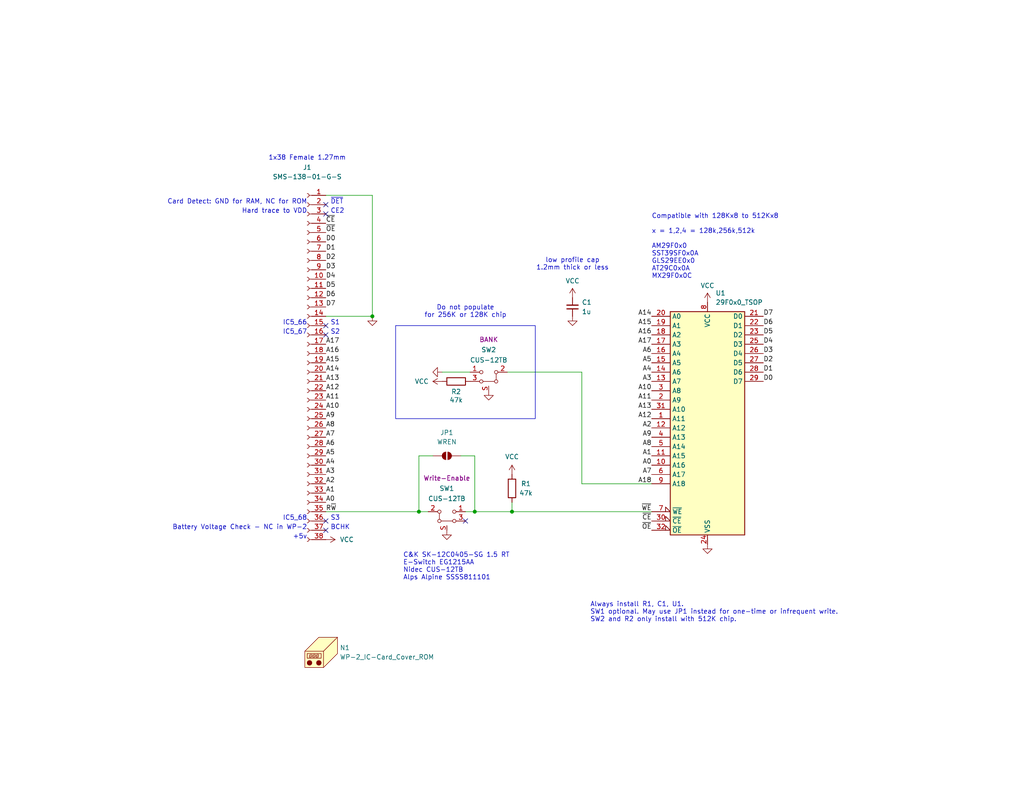
<source format=kicad_sch>
(kicad_sch (version 20231120) (generator "eeschema") (generator_version "8.0")
  (paper "USLetter")
  (title_block (title "WP-2_IC-Card_ROM") (date "2025-04-20") (rev "008") (company "Brian K. White - b.kenyon.w@gmail.com") (comment 1 "github.com/bkw777/WP-2_IC-Card"))
  (lib_symbols
    (symbol "000_LOCAL:29F0x0_TSOP"
      (property "Reference" "U" (at 2.54 33.02 0))
      (property "Value" "29F0x0_TSOP" (at 0 -30.48 0))
      (symbol "29F0x0_TSOP_0_1"
        (rectangle (start -10.16 31.75) (end 10.16 -29.21) (stroke (width 0.254)) (fill (type background)))
      )
      (symbol "29F0x0_TSOP_1_0"
        (pin power_in line (at 0 -31.75 90) (length 2.54) (name "VSS") (number "24"))
        (pin power_in line (at 0 34.29 270) (length 2.54) (name "VCC") (number "8"))
      )
      (symbol "29F0x0_TSOP_1_1"
        (pin input line (at -15.24 2.54 0) (length 5.08) (name "A11") (number "1"))
        (pin input line (at -15.24 -10.16 0) (length 5.08) (name "A16") (number "10"))
        (pin input line (at -15.24 -7.62 0) (length 5.08) (name "A15") (number "11"))
        (pin input line (at -15.24 0 0) (length 5.08) (name "A12") (number "12"))
        (pin input line (at -15.24 12.7 0) (length 5.08) (name "A7") (number "13"))
        (pin input line (at -15.24 15.24 0) (length 5.08) (name "A6") (number "14"))
        (pin input line (at -15.24 17.78 0) (length 5.08) (name "A5") (number "15"))
        (pin input line (at -15.24 20.32 0) (length 5.08) (name "A4") (number "16"))
        (pin input line (at -15.24 22.86 0) (length 5.08) (name "A3") (number "17"))
        (pin input line (at -15.24 25.4 0) (length 5.08) (name "A2") (number "18"))
        (pin input line (at -15.24 27.94 0) (length 5.08) (name "A1") (number "19"))
        (pin input line (at -15.24 7.62 0) (length 5.08) (name "A9") (number "2"))
        (pin input line (at -15.24 30.48 0) (length 5.08) (name "A0") (number "20"))
        (pin tri_state line (at 15.24 30.48 180) (length 5.08) (name "D0") (number "21"))
        (pin tri_state line (at 15.24 27.94 180) (length 5.08) (name "D1") (number "22"))
        (pin tri_state line (at 15.24 25.4 180) (length 5.08) (name "D2") (number "23"))
        (pin tri_state line (at 15.24 22.86 180) (length 5.08) (name "D3") (number "25"))
        (pin tri_state line (at 15.24 20.32 180) (length 5.08) (name "D4") (number "26"))
        (pin tri_state line (at 15.24 17.78 180) (length 5.08) (name "D5") (number "27"))
        (pin tri_state line (at 15.24 15.24 180) (length 5.08) (name "D6") (number "28"))
        (pin tri_state line (at 15.24 12.7 180) (length 5.08) (name "D7") (number "29"))
        (pin input line (at -15.24 10.16 0) (length 5.08) (name "A8") (number "3"))
        (pin input input_low (at -15.24 -25.4 0) (length 5.08) (name "~{CE}") (number "30"))
        (pin input line (at -15.24 5.08 0) (length 5.08) (name "A10") (number "31"))
        (pin input input_low (at -15.24 -27.94 0) (length 5.08) (name "~{OE}") (number "32"))
        (pin input line (at -15.24 -2.54 0) (length 5.08) (name "A13") (number "4"))
        (pin input line (at -15.24 -5.08 0) (length 5.08) (name "A14") (number "5"))
        (pin input line (at -15.24 -12.7 0) (length 5.08) (name "A17") (number "6"))
        (pin input input_low (at -15.24 -22.86 0) (length 5.08) (name "~{WE}") (number "7"))
        (pin input line (at -15.24 -15.24 0) (length 5.08) (name "A18") (number "9"))
      )
    )
    (symbol "000_LOCAL:Conn_01x38_Female" (pin_names (offset 1.016) hide)
      (property "Reference" "J" (at 0 48.26 0))
      (property "Value" "Conn_01x38_Female" (at 0 -50.8 0))
      (symbol "Conn_01x38_Female_1_1"
        (arc (start 0 -47.752) (mid -0.5058 -48.26) (end 0 -48.768) (stroke (width 0.1524)))
        (arc (start 0 -45.212) (mid -0.5058 -45.72) (end 0 -46.228) (stroke (width 0.1524)))
        (arc (start 0 -42.672) (mid -0.5058 -43.18) (end 0 -43.688) (stroke (width 0.1524)))
        (arc (start 0 -40.132) (mid -0.5058 -40.64) (end 0 -41.148) (stroke (width 0.1524)))
        (arc (start 0 -37.592) (mid -0.5058 -38.1) (end 0 -38.608) (stroke (width 0.1524)))
        (arc (start 0 -35.052) (mid -0.5058 -35.56) (end 0 -36.068) (stroke (width 0.1524)))
        (arc (start 0 -32.512) (mid -0.5058 -33.02) (end 0 -33.528) (stroke (width 0.1524)))
        (arc (start 0 -29.972) (mid -0.5058 -30.48) (end 0 -30.988) (stroke (width 0.1524)))
        (arc (start 0 -27.432) (mid -0.5058 -27.94) (end 0 -28.448) (stroke (width 0.1524)))
        (arc (start 0 -24.892) (mid -0.5058 -25.4) (end 0 -25.908) (stroke (width 0.1524)))
        (arc (start 0 -22.352) (mid -0.5058 -22.86) (end 0 -23.368) (stroke (width 0.1524)))
        (arc (start 0 -19.812) (mid -0.5058 -20.32) (end 0 -20.828) (stroke (width 0.1524)))
        (arc (start 0 -17.272) (mid -0.5058 -17.78) (end 0 -18.288) (stroke (width 0.1524)))
        (arc (start 0 -14.732) (mid -0.5058 -15.24) (end 0 -15.748) (stroke (width 0.1524)))
        (arc (start 0 -12.192) (mid -0.5058 -12.7) (end 0 -13.208) (stroke (width 0.1524)))
        (arc (start 0 -9.652) (mid -0.5058 -10.16) (end 0 -10.668) (stroke (width 0.1524)))
        (arc (start 0 -7.112) (mid -0.5058 -7.62) (end 0 -8.128) (stroke (width 0.1524)))
        (arc (start 0 -4.572) (mid -0.5058 -5.08) (end 0 -5.588) (stroke (width 0.1524)))
        (arc (start 0 -2.032) (mid -0.5058 -2.54) (end 0 -3.048) (stroke (width 0.1524)))
        (polyline (pts (xy -1.27 -48.26) (xy -0.508 -48.26)) (stroke (width 0.1524)))
        (polyline (pts (xy -1.27 -45.72) (xy -0.508 -45.72)) (stroke (width 0.1524)))
        (polyline (pts (xy -1.27 -43.18) (xy -0.508 -43.18)) (stroke (width 0.1524)))
        (polyline (pts (xy -1.27 -40.64) (xy -0.508 -40.64)) (stroke (width 0.1524)))
        (polyline (pts (xy -1.27 -38.1) (xy -0.508 -38.1)) (stroke (width 0.1524)))
        (polyline (pts (xy -1.27 -35.56) (xy -0.508 -35.56)) (stroke (width 0.1524)))
        (polyline (pts (xy -1.27 -33.02) (xy -0.508 -33.02)) (stroke (width 0.1524)))
        (polyline (pts (xy -1.27 -30.48) (xy -0.508 -30.48)) (stroke (width 0.1524)))
        (polyline (pts (xy -1.27 -27.94) (xy -0.508 -27.94)) (stroke (width 0.1524)))
        (polyline (pts (xy -1.27 -25.4) (xy -0.508 -25.4)) (stroke (width 0.1524)))
        (polyline (pts (xy -1.27 -22.86) (xy -0.508 -22.86)) (stroke (width 0.1524)))
        (polyline (pts (xy -1.27 -20.32) (xy -0.508 -20.32)) (stroke (width 0.1524)))
        (polyline (pts (xy -1.27 -17.78) (xy -0.508 -17.78)) (stroke (width 0.1524)))
        (polyline (pts (xy -1.27 -15.24) (xy -0.508 -15.24)) (stroke (width 0.1524)))
        (polyline (pts (xy -1.27 -12.7) (xy -0.508 -12.7)) (stroke (width 0.1524)))
        (polyline (pts (xy -1.27 -10.16) (xy -0.508 -10.16)) (stroke (width 0.1524)))
        (polyline (pts (xy -1.27 -7.62) (xy -0.508 -7.62)) (stroke (width 0.1524)))
        (polyline (pts (xy -1.27 -5.08) (xy -0.508 -5.08)) (stroke (width 0.1524)))
        (polyline (pts (xy -1.27 -2.54) (xy -0.508 -2.54)) (stroke (width 0.1524)))
        (polyline (pts (xy -1.27 0) (xy -0.508 0)) (stroke (width 0.1524)))
        (polyline (pts (xy -1.27 2.54) (xy -0.508 2.54)) (stroke (width 0.1524)))
        (polyline (pts (xy -1.27 5.08) (xy -0.508 5.08)) (stroke (width 0.1524)))
        (polyline (pts (xy -1.27 7.62) (xy -0.508 7.62)) (stroke (width 0.1524)))
        (polyline (pts (xy -1.27 10.16) (xy -0.508 10.16)) (stroke (width 0.1524)))
        (polyline (pts (xy -1.27 12.7) (xy -0.508 12.7)) (stroke (width 0.1524)))
        (polyline (pts (xy -1.27 15.24) (xy -0.508 15.24)) (stroke (width 0.1524)))
        (polyline (pts (xy -1.27 17.78) (xy -0.508 17.78)) (stroke (width 0.1524)))
        (polyline (pts (xy -1.27 20.32) (xy -0.508 20.32)) (stroke (width 0.1524)))
        (polyline (pts (xy -1.27 22.86) (xy -0.508 22.86)) (stroke (width 0.1524)))
        (polyline (pts (xy -1.27 25.4) (xy -0.508 25.4)) (stroke (width 0.1524)))
        (polyline (pts (xy -1.27 27.94) (xy -0.508 27.94)) (stroke (width 0.1524)))
        (polyline (pts (xy -1.27 30.48) (xy -0.508 30.48)) (stroke (width 0.1524)))
        (polyline (pts (xy -1.27 33.02) (xy -0.508 33.02)) (stroke (width 0.1524)))
        (polyline (pts (xy -1.27 35.56) (xy -0.508 35.56)) (stroke (width 0.1524)))
        (polyline (pts (xy -1.27 38.1) (xy -0.508 38.1)) (stroke (width 0.1524)))
        (polyline (pts (xy -1.27 40.64) (xy -0.508 40.64)) (stroke (width 0.1524)))
        (polyline (pts (xy -1.27 43.18) (xy -0.508 43.18)) (stroke (width 0.1524)))
        (polyline (pts (xy -1.27 45.72) (xy -0.508 45.72)) (stroke (width 0.1524)))
        (arc (start 0 0.508) (mid -0.5058 0) (end 0 -0.508) (stroke (width 0.1524)))
        (arc (start 0 3.048) (mid -0.5058 2.54) (end 0 2.032) (stroke (width 0.1524)))
        (arc (start 0 5.588) (mid -0.5058 5.08) (end 0 4.572) (stroke (width 0.1524)))
        (arc (start 0 8.128) (mid -0.5058 7.62) (end 0 7.112) (stroke (width 0.1524)))
        (arc (start 0 10.668) (mid -0.5058 10.16) (end 0 9.652) (stroke (width 0.1524)))
        (arc (start 0 13.208) (mid -0.5058 12.7) (end 0 12.192) (stroke (width 0.1524)))
        (arc (start 0 15.748) (mid -0.5058 15.24) (end 0 14.732) (stroke (width 0.1524)))
        (arc (start 0 18.288) (mid -0.5058 17.78) (end 0 17.272) (stroke (width 0.1524)))
        (arc (start 0 20.828) (mid -0.5058 20.32) (end 0 19.812) (stroke (width 0.1524)))
        (arc (start 0 23.368) (mid -0.5058 22.86) (end 0 22.352) (stroke (width 0.1524)))
        (arc (start 0 25.908) (mid -0.5058 25.4) (end 0 24.892) (stroke (width 0.1524)))
        (arc (start 0 28.448) (mid -0.5058 27.94) (end 0 27.432) (stroke (width 0.1524)))
        (arc (start 0 30.988) (mid -0.5058 30.48) (end 0 29.972) (stroke (width 0.1524)))
        (arc (start 0 33.528) (mid -0.5058 33.02) (end 0 32.512) (stroke (width 0.1524)))
        (arc (start 0 36.068) (mid -0.5058 35.56) (end 0 35.052) (stroke (width 0.1524)))
        (arc (start 0 38.608) (mid -0.5058 38.1) (end 0 37.592) (stroke (width 0.1524)))
        (arc (start 0 41.148) (mid -0.5058 40.64) (end 0 40.132) (stroke (width 0.1524)))
        (arc (start 0 43.688) (mid -0.5058 43.18) (end 0 42.672) (stroke (width 0.1524)))
        (arc (start 0 46.228) (mid -0.5058 45.72) (end 0 45.212) (stroke (width 0.1524)))
        (pin passive line (at -5.08 45.72 0) (length 3.81) (name "Pin_1") (number "1"))
        (pin passive line (at -5.08 22.86 0) (length 3.81) (name "Pin_10") (number "10"))
        (pin passive line (at -5.08 20.32 0) (length 3.81) (name "Pin_11") (number "11"))
        (pin passive line (at -5.08 17.78 0) (length 3.81) (name "Pin_12") (number "12"))
        (pin passive line (at -5.08 15.24 0) (length 3.81) (name "Pin_13") (number "13"))
        (pin passive line (at -5.08 12.7 0) (length 3.81) (name "Pin_14") (number "14"))
        (pin passive line (at -5.08 10.16 0) (length 3.81) (name "Pin_15") (number "15"))
        (pin passive line (at -5.08 7.62 0) (length 3.81) (name "Pin_16") (number "16"))
        (pin passive line (at -5.08 5.08 0) (length 3.81) (name "Pin_17") (number "17"))
        (pin passive line (at -5.08 2.54 0) (length 3.81) (name "Pin_18") (number "18"))
        (pin passive line (at -5.08 0 0) (length 3.81) (name "Pin_19") (number "19"))
        (pin passive line (at -5.08 43.18 0) (length 3.81) (name "Pin_2") (number "2"))
        (pin passive line (at -5.08 -2.54 0) (length 3.81) (name "Pin_20") (number "20"))
        (pin passive line (at -5.08 -5.08 0) (length 3.81) (name "Pin_21") (number "21"))
        (pin passive line (at -5.08 -7.62 0) (length 3.81) (name "Pin_22") (number "22"))
        (pin passive line (at -5.08 -10.16 0) (length 3.81) (name "Pin_23") (number "23"))
        (pin passive line (at -5.08 -12.7 0) (length 3.81) (name "Pin_24") (number "24"))
        (pin passive line (at -5.08 -15.24 0) (length 3.81) (name "Pin_25") (number "25"))
        (pin passive line (at -5.08 -17.78 0) (length 3.81) (name "Pin_26") (number "26"))
        (pin passive line (at -5.08 -20.32 0) (length 3.81) (name "Pin_27") (number "27"))
        (pin passive line (at -5.08 -22.86 0) (length 3.81) (name "Pin_28") (number "28"))
        (pin passive line (at -5.08 -25.4 0) (length 3.81) (name "Pin_29") (number "29"))
        (pin passive line (at -5.08 40.64 0) (length 3.81) (name "Pin_3") (number "3"))
        (pin passive line (at -5.08 -27.94 0) (length 3.81) (name "Pin_30") (number "30"))
        (pin passive line (at -5.08 -30.48 0) (length 3.81) (name "Pin_31") (number "31"))
        (pin passive line (at -5.08 -33.02 0) (length 3.81) (name "Pin_32") (number "32"))
        (pin passive line (at -5.08 -35.56 0) (length 3.81) (name "Pin_33") (number "33"))
        (pin passive line (at -5.08 -38.1 0) (length 3.81) (name "Pin_34") (number "34"))
        (pin passive line (at -5.08 -40.64 0) (length 3.81) (name "Pin_35") (number "35"))
        (pin passive line (at -5.08 -43.18 0) (length 3.81) (name "Pin_36") (number "36"))
        (pin passive line (at -5.08 -45.72 0) (length 3.81) (name "Pin_37") (number "37"))
        (pin passive line (at -5.08 -48.26 0) (length 3.81) (name "Pin_38") (number "38"))
        (pin passive line (at -5.08 38.1 0) (length 3.81) (name "Pin_4") (number "4"))
        (pin passive line (at -5.08 35.56 0) (length 3.81) (name "Pin_5") (number "5"))
        (pin passive line (at -5.08 33.02 0) (length 3.81) (name "Pin_6") (number "6"))
        (pin passive line (at -5.08 30.48 0) (length 3.81) (name "Pin_7") (number "7"))
        (pin passive line (at -5.08 27.94 0) (length 3.81) (name "Pin_8") (number "8"))
        (pin passive line (at -5.08 25.4 0) (length 3.81) (name "Pin_9") (number "9"))
      )
    )
    (symbol "000_LOCAL:Housing" (pin_names (offset 1.016)) (exclude_from_sim yes)
      (property "Reference" "N" (at 3.81 0 0))
      (property "Value" "Housing" (at 3.81 -1.905 0))
      (symbol "Housing_0_1"
        (rectangle (start -5.08 -0.635) (end -1.27 -1.905))
        (circle (center -4.445 -3.175) (radius 0.635) (fill (type outline)))
        (circle (center -1.905 -3.175) (radius 0.635) (fill (type outline)))
        (polyline (pts (xy -4.5212 -1.5748) (xy -4.4704 -1.3716)))
        (polyline (pts (xy -4.4196 -1.6764) (xy -4.064 -1.6764)))
        (polyline (pts (xy -4.4196 -1.2192) (xy -4.3688 -0.9652)))
        (polyline (pts (xy -4.318 -1.3208) (xy -4.0132 -1.3208)))
        (polyline (pts (xy -4.2164 -0.9144) (xy -3.9116 -0.9144)))
        (polyline (pts (xy -3.9116 -1.6256) (xy -3.8608 -1.3716)))
        (polyline (pts (xy -3.81 -1.2192) (xy -3.7592 -0.9652)))
        (polyline (pts (xy -3.6068 -1.5748) (xy -3.556 -1.3716)))
        (polyline (pts (xy -3.5052 -1.6764) (xy -3.1496 -1.6764)))
        (polyline (pts (xy -3.5052 -1.2192) (xy -3.4544 -0.9652)))
        (polyline (pts (xy -3.4036 -1.3208) (xy -3.0988 -1.3208)))
        (polyline (pts (xy -3.302 -0.9144) (xy -2.9972 -0.9144)))
        (polyline (pts (xy -2.9972 -1.6256) (xy -2.9464 -1.3716)))
        (polyline (pts (xy -2.8956 -1.2192) (xy -2.8448 -0.9652)))
        (polyline (pts (xy -2.6924 -1.5748) (xy -2.6416 -1.3716)))
        (polyline (pts (xy -2.5908 -1.6764) (xy -2.2352 -1.6764)))
        (polyline (pts (xy -2.5908 -1.2192) (xy -2.54 -0.9652)))
        (polyline (pts (xy -2.4892 -1.3208) (xy -2.1844 -1.3208)))
        (polyline (pts (xy -2.3876 -0.9144) (xy -2.0828 -0.9144)))
        (polyline (pts (xy -2.0828 -1.6256) (xy -2.032 -1.3716)))
        (polyline (pts (xy -1.9812 -1.2192) (xy -1.9304 -0.9652)))
        (polyline (pts (xy -0.635 0) (xy -0.635 -4.445)))
        (polyline (pts (xy -5.715 0) (xy -0.635 0) (xy 3.175 3.81)))
        (polyline (pts (xy -5.715 0) (xy -5.715 -4.445) (xy -0.635 -4.445) (xy 3.175 -0.635) (xy 3.175 3.81) (xy -1.905 3.81) (xy -5.715 0)) (fill (type background)))
      )
    )
    (symbol "000_LOCAL:R" (pin_numbers hide) (pin_names (offset 0))
      (property "Reference" "R" (at 2.032 0 90))
      (property "Value" "R" (at 0 0 90))
      (symbol "R_0_1"
        (rectangle (start -1.016 -2.54) (end 1.016 2.54) (stroke (width 0.254)))
      )
      (symbol "R_1_1"
        (pin passive line (at 0 3.81 270) (length 1.27) (name "~") (number "1"))
        (pin passive line (at 0 -3.81 90) (length 1.27) (name "~") (number "2"))
      )
    )
    (symbol "000_LOCAL:SW_SPDT_CUS-12" (pin_names (offset 0) hide)
      (property "Reference" "SW" (at 0 6.35 0))
      (property "Value" "SW_1P2T_CUS-12" (at 0 8.89 0))
      (symbol "SW_SPDT_CUS-12_0_1"
        (circle (center -2.032 1.27) (radius 0.4572))
        (circle (center -2.032 3.81) (radius 0.4572))
        (polyline (pts (xy -2.032 3.302) (xy -2.032 1.778)) (stroke (width 0.1524)))
        (polyline (pts (xy -1.524 1.27) (xy 1.524 1.27)) (stroke (width 0.1524)))
        (circle (center 2.032 1.27) (radius 0.4572))
        (circle (center 2.032 3.81) (radius 0.4572))
      )
      (symbol "SW_SPDT_CUS-12_1_1"
        (pin passive line (at 5.08 3.81 180) (length 2.54) (name "") (number "1"))
        (pin passive line (at -5.08 3.81 0) (length 2.54) (name "C") (number "2"))
        (pin passive line (at 5.08 1.27 180) (length 2.54) (name "") (number "3"))
        (pin passive line (at 0 -1.27 90) (length 1.27) (name "S") (number "S"))
      )
    )
    (symbol "000_LOCAL:SolderJumper_2_Open" (pin_numbers hide) (pin_names (offset 0) hide) (exclude_from_sim yes) (in_bom no)
      (property "Reference" "JP" (at 0 2.032 0))
      (property "Value" "SolderJumper_2_Open" (at 0 -2.54 0))
      (symbol "SolderJumper_2_Open_0_1"
        (arc (start -0.254 1.016) (mid -1.2656 0) (end -0.254 -1.016))
        (arc (start -0.254 1.016) (mid -1.2656 0) (end -0.254 -1.016) (fill (type outline)))
        (polyline (pts (xy -0.254 1.016) (xy -0.254 -1.016)))
        (polyline (pts (xy 0.254 1.016) (xy 0.254 -1.016)))
        (arc (start 0.254 -1.016) (mid 1.2656 0) (end 0.254 1.016))
        (arc (start 0.254 -1.016) (mid 1.2656 0) (end 0.254 1.016) (fill (type outline)))
      )
      (symbol "SolderJumper_2_Open_1_1"
        (pin passive line (at -3.81 0 0) (length 2.54) (name "A") (number "1"))
        (pin passive line (at 3.81 0 180) (length 2.54) (name "B") (number "2"))
      )
    )
    (symbol "000_LOCAL:VCC" (power) (pin_names (offset 0))
      (property "Value" "VCC" (at 0 3.81 0))
      (symbol "VCC_0_1"
        (polyline (pts (xy -0.762 1.27) (xy 0 2.54)))
        (polyline (pts (xy 0 0) (xy 0 2.54)))
        (polyline (pts (xy 0 2.54) (xy 0.762 1.27)))
      )
      (symbol "VCC_1_1"
        (pin power_in line (at 0 0 90) (length 0) hide (name "VCC") (number "1"))
      )
    )
    (symbol "C_Small_1" (pin_numbers hide) (pin_names (offset 0.254) hide)
      (property "Reference" "C" (at 0.254 1.778 0))
      (property "Value" "C_Small_1" (at 0.254 -2.032 0))
      (symbol "C_Small_1_0_1"
        (polyline (pts (xy -1.524 -0.508) (xy 1.524 -0.508)) (stroke (width 0.3302)))
        (polyline (pts (xy -1.524 0.508) (xy 1.524 0.508)) (stroke (width 0.3048)))
      )
      (symbol "C_Small_1_1_1"
        (pin passive line (at 0 2.54 270) (length 2.032) (name "~") (number "1"))
        (pin passive line (at 0 -2.54 90) (length 2.032) (name "~") (number "2"))
      )
    )
    (symbol "power:GND" (power) (pin_names (offset 0))
      (property "Value" "GND" (at 0 -3.81 0))
      (symbol "GND_0_1"
        (polyline (pts (xy 0 0) (xy 0 -1.27) (xy 1.27 -1.27) (xy 0 -2.54) (xy -1.27 -1.27) (xy 0 -1.27)))
      )
      (symbol "GND_1_1"
        (pin power_in line (at 0 0 270) (length 0) hide (name "GND") (number "1"))
      )
    )
  )
  (junction (at 101.6 86.36))
  (junction (at 139.7 139.7))
  (junction (at 129.54 139.7))
  (junction (at 114.3 139.7))
  (no_connect (at 127 142.24))
  (no_connect (at 88.9 144.78))
  (no_connect (at 88.9 55.88))
  (no_connect (at 88.9 142.24))
  (no_connect (at 88.9 88.9))
  (no_connect (at 88.9 58.42))
  (no_connect (at 88.9 91.44))
  (wire (pts (xy 158.75 132.08) (xy 158.75 101.6)))
  (wire (pts (xy 114.3 139.7) (xy 116.84 139.7)))
  (wire (pts (xy 138.43 101.6) (xy 158.75 101.6)))
  (wire (pts (xy 139.7 139.7) (xy 177.8 139.7)))
  (wire (pts (xy 177.8 132.08) (xy 158.75 132.08)))
  (wire (pts (xy 88.9 86.36) (xy 101.6 86.36)))
  (wire (pts (xy 120.65 101.6) (xy 128.27 101.6)))
  (wire (pts (xy 114.3 139.7) (xy 114.3 124.46)))
  (wire (pts (xy 139.7 137.16) (xy 139.7 139.7)))
  (wire (pts (xy 129.54 139.7) (xy 139.7 139.7)))
  (wire (pts (xy 114.3 124.46) (xy 118.11 124.46)))
  (wire (pts (xy 101.6 86.36) (xy 101.6 53.34)))
  (wire (pts (xy 125.73 124.46) (xy 129.54 124.46)))
  (wire (pts (xy 127 139.7) (xy 129.54 139.7)))
  (wire (pts (xy 88.9 53.34) (xy 101.6 53.34)))
  (wire (pts (xy 88.9 139.7) (xy 114.3 139.7)))
  (wire (pts (xy 129.54 124.46) (xy 129.54 139.7)))
  (rectangle (start 107.95 88.9) (end 146.05 114.3))
  (text "Compatible with 128Kx8 to 512Kx8\n\nx = 1,2,4 = 128k,256k,512k\n\nAM29F0x0\nSST39SF0x0A\nGLS29EE0x0\nAT29C0x0A\nMX29F0x0C\n" (at 177.8 76.2 0) (effects (font (size 1.27 1.27)) (justify left bottom)))
  (text "IC5_68" (at 83.82 142.24 0) (effects (font (size 1.27 1.27)) (justify right bottom)))
  (text "IC5_66" (at 83.82 88.9 0) (effects (font (size 1.27 1.27)) (justify right bottom)))
  (text "low profile cap\n1.2mm thick or less" (at 156.21 73.914 0) (effects (font (size 1.27 1.27)) (justify bottom)))
  (text "CE2" (at 90.17 58.42 0) (effects (font (size 1.27 1.27)) (justify left bottom)))
  (text "+5v" (at 83.82 147.32 0) (effects (font (size 1.27 1.27)) (justify right bottom)))
  (text "Card Detect: GND for RAM, NC for ROM" (at 83.82 55.88 0) (effects (font (size 1.27 1.27)) (justify right bottom)))
  (text "IC5_67" (at 83.82 91.44 0) (effects (font (size 1.27 1.27)) (justify right bottom)))
  (text "Always install R1, C1, U1.\nSW1 optional. May use JP1 instead for one-time or infrequent write.\nSW2 and R2 only install with 512K chip.\n" (at 161.036 169.926 0) (effects (font (size 1.27 1.27)) (justify left bottom)))
  (text "Battery Voltage Check - NC in WP-2" (at 83.82 144.78 0) (effects (font (size 1.27 1.27)) (justify right bottom)))
  (text "C&K SK-12C0405-SG 1.5 RT\nE-Switch EG1215AA\nNidec CUS-12TB\nAlps Alpine SSSS811101\n" (at 109.982 150.876 0) (effects (font (size 1.27 1.27)) (justify left top)))
  (text "BCHK" (at 90.17 144.78 0) (effects (font (size 1.27 1.27)) (justify left bottom)))
  (text "~{DET}" (at 90.17 55.88 0) (effects (font (size 1.27 1.27)) (justify left bottom)))
  (text "S1" (at 90.17 88.9 0) (effects (font (size 1.27 1.27)) (justify left bottom)))
  (text "1x38 Female 1.27mm" (at 83.82 43.18 0) (effects (font (size 1.27 1.27))))
  (text "Do not populate\nfor 256K or 128K chip" (at 127 85.09 0) (effects (font (size 1.27 1.27))))
  (text "Hard trace to VDD" (at 83.82 58.42 0) (effects (font (size 1.27 1.27)) (justify right bottom)))
  (text "S2" (at 90.17 91.44 0) (effects (font (size 1.27 1.27)) (justify left bottom)))
  (text "S3" (at 90.17 142.24 0) (effects (font (size 1.27 1.27)) (justify left bottom)))
  (label "A14" (at 177.8 86.36 180))
  (label "R~{W}" (at 88.9 139.7 0))
  (label "A3" (at 88.9 129.54 0))
  (label "A0" (at 88.9 137.16 0))
  (label "A16" (at 177.8 91.44 180))
  (label "~{CE}" (at 177.8 142.24 180))
  (label "D0" (at 88.9 66.04 0))
  (label "D5" (at 208.28 91.44 0))
  (label "A6" (at 88.9 121.92 0))
  (label "D1" (at 88.9 68.58 0))
  (label "A17" (at 88.9 93.98 0))
  (label "D3" (at 208.28 96.52 0))
  (label "D2" (at 88.9 71.12 0))
  (label "~{CE}" (at 88.9 60.96 0))
  (label "A8" (at 177.8 121.92 180))
  (label "D2" (at 208.28 99.06 0))
  (label "A6" (at 177.8 96.52 180))
  (label "A7" (at 88.9 119.38 0))
  (label "A1" (at 88.9 134.62 0))
  (label "~{WE}" (at 177.8 139.7 180))
  (label "A15" (at 88.9 99.06 0))
  (label "A7" (at 177.8 129.54 180))
  (label "A18" (at 177.8 132.08 180))
  (label "A15" (at 177.8 88.9 180))
  (label "A10" (at 177.8 106.68 180))
  (label "A17" (at 177.8 93.98 180))
  (label "A5" (at 177.8 99.06 180))
  (label "A4" (at 88.9 127 0))
  (label "A8" (at 88.9 116.84 0))
  (label "D0" (at 208.28 104.14 0))
  (label "A3" (at 177.8 104.14 180))
  (label "A13" (at 177.8 111.76 180))
  (label "A9" (at 88.9 114.3 0))
  (label "D6" (at 208.28 88.9 0))
  (label "A2" (at 88.9 132.08 0))
  (label "A0" (at 177.8 127 180))
  (label "D7" (at 208.28 86.36 0))
  (label "D5" (at 88.9 78.74 0))
  (label "D4" (at 208.28 93.98 0))
  (label "A12" (at 177.8 114.3 180))
  (label "A5" (at 88.9 124.46 0))
  (label "A14" (at 88.9 101.6 0))
  (label "A16" (at 88.9 96.52 0))
  (label "A2" (at 177.8 116.84 180))
  (label "A13" (at 88.9 104.14 0))
  (label "A10" (at 88.9 111.76 0))
  (label "~{OE}" (at 88.9 63.5 0))
  (label "D3" (at 88.9 73.66 0))
  (label "D1" (at 208.28 101.6 0))
  (label "A11" (at 177.8 109.22 180))
  (label "A4" (at 177.8 101.6 180))
  (label "D6" (at 88.9 81.28 0))
  (label "D4" (at 88.9 76.2 0))
  (label "D7" (at 88.9 83.82 0))
  (label "A1" (at 177.8 124.46 180))
  (label "A12" (at 88.9 106.68 0))
  (label "A11" (at 88.9 109.22 0))
  (label "A9" (at 177.8 119.38 180))
  (label "~{OE}" (at 177.8 144.78 180))
  (symbol (lib_id "000_LOCAL:Conn_01x38_Female") (at 83.82 99.06 0) (mirror y) (unit 1)
    (property "Reference" "J1" (at 83.82 45.72 0))
    (property "Value" "SMS-138-01-G-S" (at 83.82 48.26 0))
    (property "Footprint" "000_LOCAL:SMS-138-01-x-x_pcb_edge" (effects (hide yes)))
    (property "Datasheet" "datasheets/sms.pdf" (effects (hide yes)))
    (property "Description" "01 x 13 x 1.27mm pitch female" (effects (hide yes)))
    (property "MPN" "SMS-138-01-G-S" (effects (hide yes)))
  )
  (symbol (lib_id "000_LOCAL:R") (at 139.7 133.35 0) (unit 1)
    (property "Reference" "R1" (at 143.51 132.08 0))
    (property "Value" "47k" (at 143.51 134.62 0))
    (property "Footprint" "000_LOCAL:R_0805" (effects (hide yes)))
    (property "Datasheet" "datasheets/sei-rmcf_rmcp.pdf" (effects (hide yes)))
    (property "Description" "RES 47K OHM 5% 1/8W 0805" (effects (hide yes)))
    (property "MPN" "RMCF0805JT47K0" (effects (hide yes)))
  )
  (symbol (lib_id "000_LOCAL:SW_SPDT_CUS-12") (at 121.92 143.51 0) (unit 1)
    (property "Reference" "SW1" (at 121.92 133.35 0))
    (property "Value" "CUS-12TB" (at 121.92 136.144 0))
    (property "Footprint" "000_LOCAL:CUS-12TB slot pth" (effects (hide yes)))
    (property "Datasheet" "datasheets/cus.pdf" (effects (hide yes)))
    (property "Description" "Switch, 2 position, single pole 2 throw, 2 position switch, SPDT" (effects (hide yes)))
    (property "MPN" "EG1215AA" (effects (hide yes)))
    (property "LABEL" "Write-Enable" (at 121.92 130.556 0))
  )
  (symbol (lib_id "power:GND") (at 193.04 148.59 0) (unit 1)
    (property "Reference" "#PWR0101" (effects (hide yes)))
    (property "Value" "GND" (effects (hide yes)))
  )
  (symbol (lib_id "power:GND") (at 156.21 86.36 0) (unit 1)
    (property "Reference" "#PWR03" (effects (hide yes)))
    (property "Value" "GND" (effects (hide yes)))
  )
  (symbol (lib_id "000_LOCAL:29F0x0_TSOP") (at 193.04 116.84 0) (unit 1)
    (property "Reference" "U1" (at 195.2341 80.01 0) (effects (justify left)))
    (property "Value" "29F0x0_TSOP" (at 195.2341 82.55 0) (effects (justify left)))
    (property "Footprint" "000_LOCAL:TSOP32-dual" (effects (hide yes)))
    (property "Datasheet" "datasheets/29F0x0.pdf" (effects (hide yes)))
    (property "Description" "128K 256K 512K x 8 Flash ROM" (effects (hide yes)))
    (property "MPN" "MX29F040CTI-70G" (effects (hide yes)))
  )
  (symbol (lib_id "power:GND") (at 133.35 106.68 0) (unit 1)
    (property "Reference" "#PWR09" (effects (hide yes)))
    (property "Value" "GND" (effects (hide yes)))
  )
  (symbol (lib_name "C_Small_1") (lib_id "000_LOCAL:C_Small") (at 156.21 83.82 0) (mirror x) (unit 1)
    (property "Reference" "C1" (at 158.75 82.55 0) (effects (justify left)))
    (property "Value" "1u" (at 158.75 85.09 0) (effects (justify left)))
    (property "Footprint" "000_LOCAL:C_0805" (effects (hide yes)))
    (property "Datasheet" "datasheets/CL21A105KBCLNNC.pdf" (effects (hide yes)))
    (property "Description" "CAP CER 1UF 50V X5R 0805 low profile" (effects (hide yes)))
    (property "MPN" "CL21A105KBCLNNC" (effects (hide yes)))
  )
  (symbol (lib_id "000_LOCAL:R") (at 124.46 104.14 90) (unit 1)
    (property "Reference" "R2" (at 124.46 106.934 90))
    (property "Value" "47k" (at 124.46 109.22 90))
    (property "Footprint" "000_LOCAL:R_0805" (effects (hide yes)))
    (property "Datasheet" "datasheets/sei-rmcf_rmcp.pdf" (effects (hide yes)))
    (property "Description" "RES 47K OHM 5% 1/8W 0805" (effects (hide yes)))
    (property "MPN" "RMCF0805JT47K0" (effects (hide yes)))
  )
  (symbol (lib_id "power:GND") (at 101.6 86.36 0) (unit 1)
    (property "Reference" "#PWR02" (effects (hide yes)))
    (property "Value" "GND" (effects (hide yes)))
  )
  (symbol (lib_id "000_LOCAL:VCC") (at 88.9 147.32 270) (unit 1)
    (property "Reference" "#PWR08" (effects (hide yes)))
    (property "Value" "VCC" (at 92.71 147.3199 90) (effects (justify left)))
    (property "Description" "Power symbol creates a global label with name \"VCC\"" (effects (hide yes)))
  )
  (symbol (lib_id "power:GND") (at 120.65 101.6 270) (unit 1)
    (property "Reference" "#PWR010" (effects (hide yes)))
    (property "Value" "GND" (effects (hide yes)))
  )
  (symbol (lib_id "000_LOCAL:Housing") (at 88.9 177.8 0) (unit 1) (exclude_from_sim yes) (in_bom no)
    (property "Reference" "N1" (at 92.71 176.8474 0) (effects (justify left)))
    (property "Value" "WP-2_IC-Card_Cover_ROM" (at 92.71 179.3874 0) (effects (justify left)))
    (property "Footprint" "000_LOCAL:WP-2_IC-Card_Cover_ROM" (effects (hide yes)))
    (property "Description" "Housing" (effects (hide yes)))
  )
  (symbol (lib_id "power:GND") (at 121.92 144.78 0) (unit 1)
    (property "Reference" "#PWR01" (effects (hide yes)))
    (property "Value" "GND" (effects (hide yes)))
  )
  (symbol (lib_id "000_LOCAL:VCC") (at 156.21 81.28 0) (unit 1)
    (property "Reference" "#PWR06" (effects (hide yes)))
    (property "Value" "VCC" (at 156.21 76.708 0))
    (property "Description" "Power symbol creates a global label with name \"VCC\"" (effects (hide yes)))
  )
  (symbol (lib_id "000_LOCAL:SW_SPDT_CUS-12") (at 133.35 105.41 0) (mirror y) (unit 1)
    (property "Reference" "SW2" (at 133.35 95.504 0))
    (property "Value" "CUS-12TB" (at 133.35 98.298 0))
    (property "Footprint" "000_LOCAL:CUS-12TB pth" (effects (hide yes)))
    (property "Datasheet" "datasheets/cus.pdf" (effects (hide yes)))
    (property "Description" "Switch, 2 position, single pole 2 throw, 2 position switch, SPDT" (effects (hide yes)))
    (property "MPN" "EG1215AA" (effects (hide yes)))
    (property "LABEL" "BANK" (at 133.35 92.71 0))
  )
  (symbol (lib_id "000_LOCAL:VCC") (at 139.7 129.54 0) (unit 1)
    (property "Reference" "#PWR07" (effects (hide yes)))
    (property "Value" "VCC" (at 139.7 124.714 0))
    (property "Description" "Power symbol creates a global label with name \"VCC\"" (effects (hide yes)))
  )
  (symbol (lib_id "000_LOCAL:VCC") (at 193.04 82.55 0) (unit 1)
    (property "Reference" "#PWR05" (effects (hide yes)))
    (property "Value" "VCC" (at 193.04 77.978 0))
    (property "Description" "Power symbol creates a global label with name \"VCC\"" (effects (hide yes)))
  )
  (symbol (lib_id "000_LOCAL:VCC") (at 120.65 104.14 90) (unit 1)
    (property "Reference" "#PWR04" (effects (hide yes)))
    (property "Value" "VCC" (at 115.062 104.14 90))
    (property "Description" "Power symbol creates a global label with name \"VCC\"" (effects (hide yes)))
  )
  (symbol (lib_id "000_LOCAL:SolderJumper_2_Open") (at 121.92 124.46 0) (unit 1) (exclude_from_sim yes) (in_bom no)
    (property "Reference" "JP1" (at 121.92 118.11 0))
    (property "Value" "WREN" (at 121.92 120.65 0))
    (property "Footprint" "000_LOCAL:SolderJumper-2_open" (effects (hide yes)))
    (property "Description" "Solder Jumper, 2-pole, open" (effects (hide yes)))
  )
)
</source>
